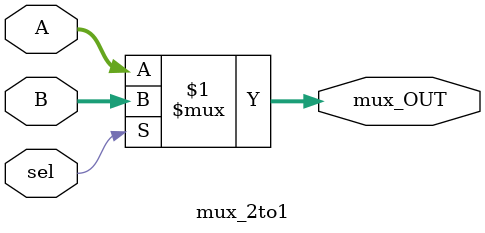
<source format=v>
module mux_2to1 #( 
    parameter DATA_WIDTH = 32,
    parameter ADDR_WIDTH = 32
) ( 
	input [31:0] A, 
	input [31:0] B,    
	input sel, 
	output [31:0] mux_OUT
);

assign mux_OUT = (sel)? B: A; 

endmodule
</source>
